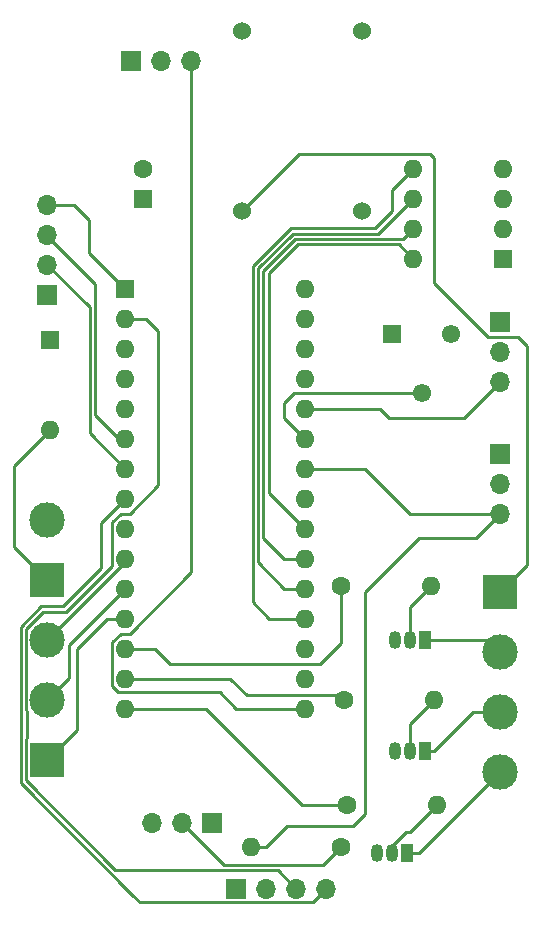
<source format=gbr>
%TF.GenerationSoftware,KiCad,Pcbnew,(5.1.6)-1*%
%TF.CreationDate,2020-10-15T10:14:48+02:00*%
%TF.ProjectId,ezSignal,657a5369-676e-4616-9c2e-6b696361645f,rev?*%
%TF.SameCoordinates,Original*%
%TF.FileFunction,Copper,L2,Bot*%
%TF.FilePolarity,Positive*%
%FSLAX46Y46*%
G04 Gerber Fmt 4.6, Leading zero omitted, Abs format (unit mm)*
G04 Created by KiCad (PCBNEW (5.1.6)-1) date 2020-10-15 10:14:48*
%MOMM*%
%LPD*%
G01*
G04 APERTURE LIST*
%TA.AperFunction,ComponentPad*%
%ADD10C,1.524000*%
%TD*%
%TA.AperFunction,ComponentPad*%
%ADD11C,1.600000*%
%TD*%
%TA.AperFunction,ComponentPad*%
%ADD12O,1.600000X1.600000*%
%TD*%
%TA.AperFunction,ComponentPad*%
%ADD13R,1.600000X1.600000*%
%TD*%
%TA.AperFunction,ComponentPad*%
%ADD14R,1.700000X1.700000*%
%TD*%
%TA.AperFunction,ComponentPad*%
%ADD15O,1.700000X1.700000*%
%TD*%
%TA.AperFunction,ComponentPad*%
%ADD16C,3.000000*%
%TD*%
%TA.AperFunction,ComponentPad*%
%ADD17R,3.000000X3.000000*%
%TD*%
%TA.AperFunction,ComponentPad*%
%ADD18R,1.050000X1.500000*%
%TD*%
%TA.AperFunction,ComponentPad*%
%ADD19O,1.050000X1.500000*%
%TD*%
%TA.AperFunction,ComponentPad*%
%ADD20C,1.550000*%
%TD*%
%TA.AperFunction,ComponentPad*%
%ADD21R,1.550000X1.550000*%
%TD*%
%TA.AperFunction,Conductor*%
%ADD22C,0.250000*%
%TD*%
%TA.AperFunction,Conductor*%
%ADD23C,0.508000*%
%TD*%
G04 APERTURE END LIST*
D10*
%TO.P,U1,1*%
%TO.N,Net-(C1-Pad1)*%
X38608000Y-65024000D03*
%TO.P,U1,2*%
%TO.N,+5V*%
X38608000Y-49784000D03*
%TO.P,U1,3*%
%TO.N,GND*%
X48768000Y-65024000D03*
%TO.P,U1,4*%
X48768000Y-49784000D03*
%TD*%
D11*
%TO.P,R4,1*%
%TO.N,Net-(J10-Pad2)*%
X46990000Y-118872000D03*
D12*
%TO.P,R4,2*%
%TO.N,/detectorPin*%
X39370000Y-118872000D03*
%TD*%
D11*
%TO.P,R3,1*%
%TO.N,/yellowLed*%
X47244000Y-106426000D03*
D12*
%TO.P,R3,2*%
%TO.N,Net-(Q3-Pad2)*%
X54864000Y-106426000D03*
%TD*%
D11*
%TO.P,R2,1*%
%TO.N,/greenLed*%
X46990000Y-96774000D03*
D12*
%TO.P,R2,2*%
%TO.N,Net-(Q1-Pad2)*%
X54610000Y-96774000D03*
%TD*%
D11*
%TO.P,R1,1*%
%TO.N,/redLed*%
X47498000Y-115316000D03*
D12*
%TO.P,R1,2*%
%TO.N,Net-(Q2-Pad2)*%
X55118000Y-115316000D03*
%TD*%
%TO.P,D1,2*%
%TO.N,+12V*%
X22352000Y-83566000D03*
D13*
%TO.P,D1,1*%
%TO.N,Net-(C1-Pad1)*%
X22352000Y-75946000D03*
%TD*%
D11*
%TO.P,C1,2*%
%TO.N,GND*%
X30226000Y-61508000D03*
D13*
%TO.P,C1,1*%
%TO.N,Net-(C1-Pad1)*%
X30226000Y-64008000D03*
%TD*%
D12*
%TO.P,A1,16*%
%TO.N,/servoPin*%
X43942000Y-107188000D03*
%TO.P,A1,15*%
%TO.N,/redLed*%
X28702000Y-107188000D03*
%TO.P,A1,30*%
%TO.N,+5V*%
X43942000Y-71628000D03*
%TO.P,A1,14*%
%TO.N,/yellowLed*%
X28702000Y-104648000D03*
%TO.P,A1,29*%
%TO.N,GND*%
X43942000Y-74168000D03*
%TO.P,A1,13*%
%TO.N,/greenLed*%
X28702000Y-102108000D03*
%TO.P,A1,28*%
%TO.N,Net-(A1-Pad28)*%
X43942000Y-76708000D03*
%TO.P,A1,12*%
%TO.N,/Tx*%
X28702000Y-99568000D03*
%TO.P,A1,27*%
%TO.N,Net-(A1-Pad27)*%
X43942000Y-79248000D03*
%TO.P,A1,11*%
%TO.N,/direction*%
X28702000Y-97028000D03*
%TO.P,A1,26*%
%TO.N,/configPin*%
X43942000Y-81788000D03*
%TO.P,A1,10*%
%TO.N,/Rx*%
X28702000Y-94488000D03*
%TO.P,A1,25*%
%TO.N,/pot*%
X43942000Y-84328000D03*
%TO.P,A1,9*%
%TO.N,Net-(A1-Pad9)*%
X28702000Y-91948000D03*
%TO.P,A1,24*%
%TO.N,/detectorPin*%
X43942000Y-86868000D03*
%TO.P,A1,8*%
%TO.N,/relayPin*%
X28702000Y-89408000D03*
%TO.P,A1,23*%
%TO.N,Net-(A1-Pad23)*%
X43942000Y-89408000D03*
%TO.P,A1,7*%
%TO.N,/redButton*%
X28702000Y-86868000D03*
%TO.P,A1,22*%
%TO.N,/dip3*%
X43942000Y-91948000D03*
%TO.P,A1,6*%
%TO.N,/yellowButton*%
X28702000Y-84328000D03*
%TO.P,A1,21*%
%TO.N,/dip2*%
X43942000Y-94488000D03*
%TO.P,A1,5*%
%TO.N,Net-(A1-Pad5)*%
X28702000Y-81788000D03*
%TO.P,A1,20*%
%TO.N,/dip1*%
X43942000Y-97028000D03*
%TO.P,A1,4*%
%TO.N,GND*%
X28702000Y-79248000D03*
%TO.P,A1,19*%
%TO.N,/dip0*%
X43942000Y-99568000D03*
%TO.P,A1,3*%
%TO.N,Net-(A1-Pad3)*%
X28702000Y-76708000D03*
%TO.P,A1,18*%
%TO.N,Net-(A1-Pad18)*%
X43942000Y-102108000D03*
%TO.P,A1,2*%
%TO.N,/slowSpeed*%
X28702000Y-74168000D03*
%TO.P,A1,17*%
%TO.N,Net-(A1-Pad17)*%
X43942000Y-104648000D03*
D13*
%TO.P,A1,1*%
%TO.N,/greenButton*%
X28702000Y-71628000D03*
%TD*%
D14*
%TO.P,J4,1*%
%TO.N,GND*%
X60452000Y-74422000D03*
D15*
%TO.P,J4,2*%
%TO.N,+5V*%
X60452000Y-76962000D03*
%TO.P,J4,3*%
%TO.N,/configPin*%
X60452000Y-79502000D03*
%TD*%
D14*
%TO.P,J7,1*%
%TO.N,GND*%
X29210000Y-52324000D03*
D15*
%TO.P,J7,2*%
%TO.N,+5V*%
X31750000Y-52324000D03*
%TO.P,J7,3*%
%TO.N,/servoPin*%
X34290000Y-52324000D03*
%TD*%
D16*
%TO.P,J2,3*%
%TO.N,/Rx*%
X22098000Y-101346000D03*
%TO.P,J2,2*%
%TO.N,/direction*%
X22098000Y-106426000D03*
D17*
%TO.P,J2,1*%
%TO.N,/Tx*%
X22098000Y-111506000D03*
%TD*%
%TO.P,J9,1*%
%TO.N,+12V*%
X22100000Y-96280000D03*
D16*
%TO.P,J9,2*%
%TO.N,GND*%
X22100000Y-91200000D03*
%TD*%
%TO.P,J1,4*%
%TO.N,Net-(J1-Pad4)*%
X60452000Y-112522000D03*
D17*
%TO.P,J1,1*%
%TO.N,Net-(C1-Pad1)*%
X60452000Y-97282000D03*
D16*
%TO.P,J1,3*%
%TO.N,Net-(J1-Pad3)*%
X60452000Y-107442000D03*
%TO.P,J1,2*%
%TO.N,Net-(J1-Pad2)*%
X60452000Y-102362000D03*
%TD*%
D18*
%TO.P,Q1,1*%
%TO.N,Net-(J1-Pad2)*%
X54102000Y-101346000D03*
D19*
%TO.P,Q1,3*%
%TO.N,GND*%
X51562000Y-101346000D03*
%TO.P,Q1,2*%
%TO.N,Net-(Q1-Pad2)*%
X52832000Y-101346000D03*
%TD*%
D18*
%TO.P,Q2,1*%
%TO.N,Net-(J1-Pad4)*%
X52578000Y-119380000D03*
D19*
%TO.P,Q2,3*%
%TO.N,GND*%
X50038000Y-119380000D03*
%TO.P,Q2,2*%
%TO.N,Net-(Q2-Pad2)*%
X51308000Y-119380000D03*
%TD*%
%TO.P,Q3,2*%
%TO.N,Net-(Q3-Pad2)*%
X52832000Y-110744000D03*
%TO.P,Q3,3*%
%TO.N,GND*%
X51562000Y-110744000D03*
D18*
%TO.P,Q3,1*%
%TO.N,Net-(J1-Pad3)*%
X54102000Y-110744000D03*
%TD*%
D13*
%TO.P,SW1,1*%
%TO.N,GND*%
X60706000Y-69088000D03*
D12*
%TO.P,SW1,5*%
%TO.N,/dip0*%
X53086000Y-61468000D03*
%TO.P,SW1,2*%
%TO.N,GND*%
X60706000Y-66548000D03*
%TO.P,SW1,6*%
%TO.N,/dip1*%
X53086000Y-64008000D03*
%TO.P,SW1,3*%
%TO.N,GND*%
X60706000Y-64008000D03*
%TO.P,SW1,7*%
%TO.N,/dip2*%
X53086000Y-66548000D03*
%TO.P,SW1,4*%
%TO.N,GND*%
X60706000Y-61468000D03*
%TO.P,SW1,8*%
%TO.N,/dip3*%
X53086000Y-69088000D03*
%TD*%
D15*
%TO.P,J3,4*%
%TO.N,/greenButton*%
X22098000Y-64516000D03*
%TO.P,J3,3*%
%TO.N,/yellowButton*%
X22098000Y-67056000D03*
%TO.P,J3,2*%
%TO.N,/redButton*%
X22098000Y-69596000D03*
D14*
%TO.P,J3,1*%
%TO.N,GND*%
X22098000Y-72136000D03*
%TD*%
D15*
%TO.P,J5,3*%
%TO.N,/detectorPin*%
X60452000Y-90678000D03*
%TO.P,J5,2*%
%TO.N,+5V*%
X60452000Y-88138000D03*
D14*
%TO.P,J5,1*%
%TO.N,GND*%
X60452000Y-85598000D03*
%TD*%
%TO.P,J6,1*%
%TO.N,GND*%
X38100000Y-122428000D03*
D15*
%TO.P,J6,2*%
%TO.N,+5V*%
X40640000Y-122428000D03*
%TO.P,J6,3*%
%TO.N,/slowSpeed*%
X43180000Y-122428000D03*
%TO.P,J6,4*%
%TO.N,/relayPin*%
X45720000Y-122428000D03*
%TD*%
D20*
%TO.P,RV1,2*%
%TO.N,/pot*%
X53808000Y-80438000D03*
D21*
%TO.P,RV1,1*%
%TO.N,+5V*%
X51308000Y-75438000D03*
D20*
%TO.P,RV1,3*%
%TO.N,GND*%
X56308000Y-75438000D03*
%TD*%
D14*
%TO.P,J10,1*%
%TO.N,+5V*%
X36068000Y-116840000D03*
D15*
%TO.P,J10,2*%
%TO.N,Net-(J10-Pad2)*%
X33528000Y-116840000D03*
%TO.P,J10,3*%
%TO.N,GND*%
X30988000Y-116840000D03*
%TD*%
D22*
%TO.N,/dip0*%
X53086000Y-61468000D02*
X51308000Y-63246000D01*
X51308000Y-65024000D02*
X49809029Y-66522971D01*
X51308000Y-63246000D02*
X51308000Y-65024000D01*
X42694209Y-66522971D02*
X39485980Y-69731200D01*
X49809029Y-66522971D02*
X42694209Y-66522971D01*
X39485980Y-69731200D02*
X39485980Y-98159980D01*
X40894000Y-99568000D02*
X43942000Y-99568000D01*
X39485980Y-98159980D02*
X40894000Y-99568000D01*
%TO.N,/dip1*%
X53086000Y-64008000D02*
X50121021Y-66972979D01*
X39935990Y-69917600D02*
X39935990Y-94799990D01*
X50121021Y-66972979D02*
X42880610Y-66972980D01*
X42880610Y-66972980D02*
X39935990Y-69917600D01*
X42164000Y-97028000D02*
X43942000Y-97028000D01*
X39935990Y-94799990D02*
X42164000Y-97028000D01*
%TO.N,/dip2*%
X53086000Y-66548000D02*
X52211011Y-67422989D01*
X52211011Y-67422989D02*
X43067011Y-67422989D01*
X43067011Y-67422989D02*
X40386000Y-70104000D01*
X40386000Y-70104000D02*
X40386000Y-92710000D01*
X42164000Y-94488000D02*
X43942000Y-94488000D01*
X40386000Y-92710000D02*
X42164000Y-94488000D01*
%TO.N,/dip3*%
X43358799Y-67872999D02*
X40894000Y-70337798D01*
X53086000Y-69088000D02*
X51870999Y-67872999D01*
X51870999Y-67872999D02*
X43358799Y-67872999D01*
X40894000Y-88900000D02*
X43942000Y-91948000D01*
X40894000Y-70337798D02*
X40894000Y-88900000D01*
%TO.N,Net-(J1-Pad2)*%
X59436000Y-101346000D02*
X60452000Y-102362000D01*
X54102000Y-101346000D02*
X59436000Y-101346000D01*
%TO.N,Net-(J1-Pad3)*%
X54102000Y-110744000D02*
X54864000Y-110744000D01*
X58166000Y-107442000D02*
X60452000Y-107442000D01*
X54864000Y-110744000D02*
X58166000Y-107442000D01*
%TO.N,/configPin*%
X60452000Y-79502000D02*
X57404000Y-82550000D01*
X57404000Y-82550000D02*
X51054000Y-82550000D01*
X50292000Y-81788000D02*
X43942000Y-81788000D01*
X51054000Y-82550000D02*
X50292000Y-81788000D01*
%TO.N,/detectorPin*%
X60452000Y-90678000D02*
X52832000Y-90678000D01*
X49022000Y-86868000D02*
X43942000Y-86868000D01*
X52832000Y-90678000D02*
X49022000Y-86868000D01*
X42418000Y-117094000D02*
X40640000Y-118872000D01*
X48006000Y-117094000D02*
X42418000Y-117094000D01*
X58420000Y-92710000D02*
X53594000Y-92710000D01*
X60452000Y-90678000D02*
X58420000Y-92710000D01*
X53594000Y-92710000D02*
X49022000Y-97282000D01*
X49022000Y-97282000D02*
X49022000Y-116078000D01*
X49022000Y-116078000D02*
X48006000Y-117094000D01*
X39370000Y-118872000D02*
X40640000Y-118872000D01*
%TO.N,/servoPin*%
X43942000Y-107188000D02*
X38100000Y-107188000D01*
X36685001Y-105773001D02*
X28049001Y-105773001D01*
X38100000Y-107188000D02*
X36685001Y-105773001D01*
X27576999Y-101567999D02*
X28306998Y-100838000D01*
X28049001Y-105773001D02*
X27576999Y-105300999D01*
X27576999Y-105300999D02*
X27576999Y-101567999D01*
X34290000Y-95645002D02*
X34290000Y-52324000D01*
X29097002Y-100838000D02*
X34290000Y-95645002D01*
X28306998Y-100838000D02*
X29097002Y-100838000D01*
%TO.N,Net-(Q1-Pad2)*%
X52832000Y-98552000D02*
X52832000Y-101346000D01*
X54610000Y-96774000D02*
X52832000Y-98552000D01*
%TO.N,Net-(Q2-Pad2)*%
X55118000Y-115316000D02*
X52832000Y-117602000D01*
X51308000Y-118789998D02*
X51308000Y-119380000D01*
X52495998Y-117602000D02*
X51308000Y-118789998D01*
X52832000Y-117602000D02*
X52495998Y-117602000D01*
%TO.N,Net-(Q3-Pad2)*%
X52832000Y-108458000D02*
X52832000Y-110744000D01*
X54864000Y-106426000D02*
X52832000Y-108458000D01*
%TO.N,/relayPin*%
X23858001Y-98091001D02*
X26670000Y-95279002D01*
X19822989Y-113452401D02*
X19822990Y-100283598D01*
X26670000Y-91440000D02*
X28702000Y-89408000D01*
X26670000Y-95279002D02*
X26670000Y-91440000D01*
X23858001Y-98091001D02*
X23828999Y-98091001D01*
X23828999Y-98091001D02*
X23385706Y-98534294D01*
X23385706Y-98534294D02*
X21572294Y-98534294D01*
X19822990Y-100283598D02*
X21572294Y-98534294D01*
X29973589Y-123603001D02*
X29385294Y-123014706D01*
X44544999Y-123603001D02*
X29973589Y-123603001D01*
X45720000Y-122428000D02*
X44544999Y-123603001D01*
X29385294Y-123014706D02*
X19822989Y-113452401D01*
%TO.N,/greenButton*%
X28702000Y-71628000D02*
X25654000Y-68580000D01*
X25654000Y-68580000D02*
X25654000Y-65786000D01*
X24384000Y-64516000D02*
X22098000Y-64516000D01*
X25654000Y-65786000D02*
X24384000Y-64516000D01*
%TO.N,/slowSpeed*%
X27853008Y-120846010D02*
X20272999Y-113266001D01*
X20272999Y-113266001D02*
X20272999Y-109745999D01*
X41598010Y-120846010D02*
X27853008Y-120846010D01*
X43180000Y-122428000D02*
X41598010Y-120846010D01*
X21758694Y-98984304D02*
X23697696Y-98984304D01*
X20337999Y-109680999D02*
X20337999Y-107367001D01*
X20272999Y-109745999D02*
X20337999Y-109680999D01*
X20337999Y-107367001D02*
X20272999Y-107302001D01*
X20272999Y-100469999D02*
X21758694Y-98984304D01*
X20272999Y-107302001D02*
X20272999Y-100469999D01*
X23697696Y-98984304D02*
X27576999Y-95105001D01*
X27576999Y-91407999D02*
X28306998Y-90678000D01*
X27576999Y-95105001D02*
X27576999Y-91407999D01*
X29097002Y-90678000D02*
X31496000Y-88279002D01*
X28306998Y-90678000D02*
X29097002Y-90678000D01*
X31496000Y-88279002D02*
X31496000Y-75184000D01*
X30480000Y-74168000D02*
X28702000Y-74168000D01*
X31496000Y-75184000D02*
X30480000Y-74168000D01*
%TO.N,/yellowButton*%
X22098000Y-67209002D02*
X26162000Y-71273002D01*
X22098000Y-67056000D02*
X22098000Y-67209002D01*
X26162000Y-71273002D02*
X26162000Y-82296000D01*
X28194000Y-84328000D02*
X28702000Y-84328000D01*
X26162000Y-82296000D02*
X28194000Y-84328000D01*
%TO.N,/redButton*%
X25711991Y-83877991D02*
X28702000Y-86868000D01*
X25711991Y-73209991D02*
X25711991Y-83877991D01*
X22098000Y-69596000D02*
X25711991Y-73209991D01*
%TO.N,/direction*%
X23923001Y-101806999D02*
X28702000Y-97028000D01*
X23923001Y-104600999D02*
X23923001Y-101806999D01*
X22098000Y-106426000D02*
X23923001Y-104600999D01*
%TO.N,/pot*%
X53808000Y-80438000D02*
X43006000Y-80438000D01*
X43006000Y-80438000D02*
X42164000Y-81280000D01*
X42164000Y-82550000D02*
X43942000Y-84328000D01*
X42164000Y-81280000D02*
X42164000Y-82550000D01*
%TO.N,/Tx*%
X22098000Y-111506000D02*
X24638000Y-108966000D01*
X24638000Y-108966000D02*
X24638000Y-102108000D01*
X27178000Y-99568000D02*
X28702000Y-99568000D01*
X24638000Y-102108000D02*
X27178000Y-99568000D01*
%TO.N,/Rx*%
X28702000Y-94742000D02*
X28702000Y-94488000D01*
X22098000Y-101346000D02*
X28702000Y-94742000D01*
%TO.N,/greenLed*%
X46990000Y-96774000D02*
X46990000Y-101600000D01*
X46990000Y-101600000D02*
X45212000Y-103378000D01*
X45212000Y-103378000D02*
X32512000Y-103378000D01*
X31242000Y-102108000D02*
X28702000Y-102108000D01*
X32512000Y-103378000D02*
X31242000Y-102108000D01*
%TO.N,/yellowLed*%
X47244000Y-106426000D02*
X46880999Y-106062999D01*
X37556002Y-104648000D02*
X38971001Y-106062999D01*
X28702000Y-104648000D02*
X37556002Y-104648000D01*
X46880999Y-106062999D02*
X38971001Y-106062999D01*
%TO.N,/redLed*%
X47498000Y-115316000D02*
X43688000Y-115316000D01*
X35560000Y-107188000D02*
X28702000Y-107188000D01*
X43688000Y-115316000D02*
X35560000Y-107188000D01*
%TO.N,+12V*%
X22098000Y-96266000D02*
X19304000Y-93472000D01*
X19304000Y-86614000D02*
X22352000Y-83566000D01*
X19304000Y-93472000D02*
X19304000Y-86614000D01*
%TO.N,Net-(J10-Pad2)*%
X33528000Y-116840000D02*
X37084000Y-120396000D01*
X46990000Y-118872000D02*
X45466000Y-120396000D01*
X45466000Y-120396000D02*
X44958000Y-120396000D01*
X37084000Y-120396000D02*
X44958000Y-120396000D01*
%TO.N,Net-(J1-Pad4)*%
X53594000Y-119380000D02*
X54229000Y-118745000D01*
X54102000Y-118872000D02*
X54229000Y-118745000D01*
X52578000Y-119380000D02*
X53594000Y-119380000D01*
X54229000Y-118745000D02*
X60452000Y-112522000D01*
D23*
%TO.N,Net-(C1-Pad1)*%
X60452000Y-97282000D02*
X61627001Y-96106999D01*
D22*
X54502000Y-60198000D02*
X43434000Y-60198000D01*
X54864000Y-71119002D02*
X54864000Y-60560000D01*
X61976000Y-75692000D02*
X59436998Y-75692000D01*
X54864000Y-60560000D02*
X54502000Y-60198000D01*
X59436998Y-75692000D02*
X54864000Y-71119002D01*
X62738000Y-76454000D02*
X61976000Y-75692000D01*
X43434000Y-60198000D02*
X38608000Y-65024000D01*
X62738000Y-94996000D02*
X62738000Y-76454000D01*
X60452000Y-97282000D02*
X62738000Y-94996000D01*
%TD*%
M02*

</source>
